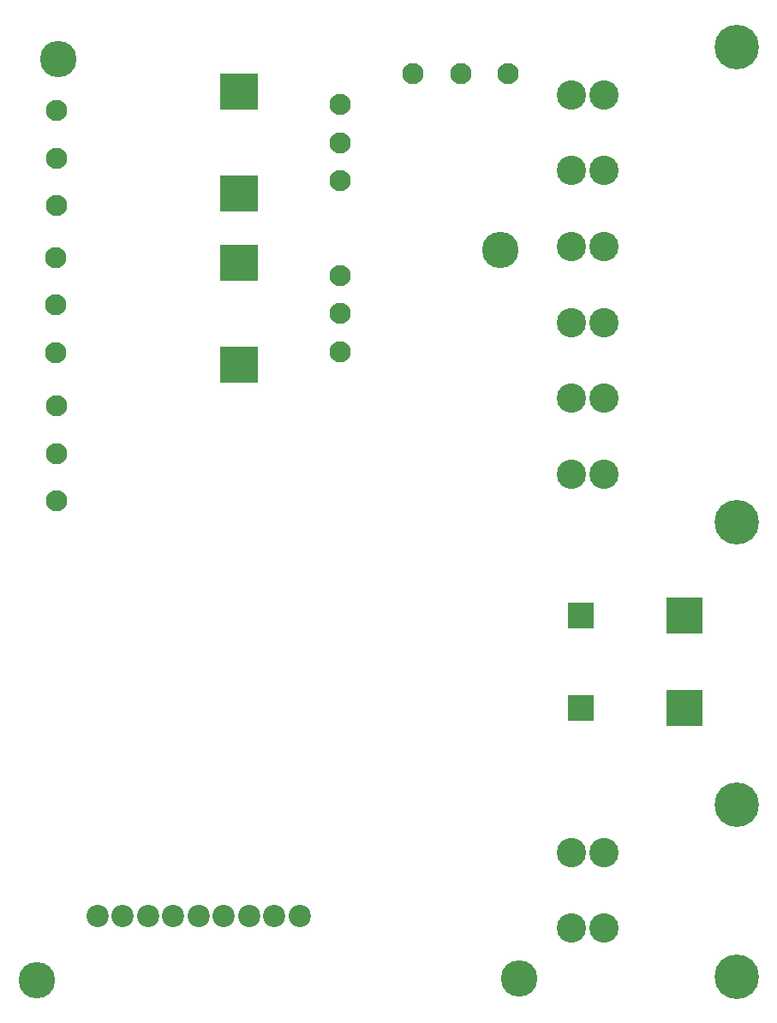
<source format=gbs>
G04 #@! TF.FileFunction,Soldermask,Bot*
%FSLAX46Y46*%
G04 Gerber Fmt 4.6, Leading zero omitted, Abs format (unit mm)*
G04 Created by KiCad (PCBNEW 4.0.2+dfsg1-stable) date Sat 10 Jun 2017 09:46:09 PM MDT*
%MOMM*%
G01*
G04 APERTURE LIST*
%ADD10C,0.100000*%
%ADD11C,2.100000*%
%ADD12R,2.600000X2.600000*%
%ADD13R,3.600000X3.600000*%
%ADD14C,2.900000*%
%ADD15C,4.400000*%
%ADD16C,2.200000*%
%ADD17R,3.800000X3.600000*%
%ADD18C,3.600000*%
G04 APERTURE END LIST*
D10*
D11*
X55300000Y-85200000D03*
X55300000Y-75800000D03*
X55300000Y-80500000D03*
X90500000Y-42900000D03*
X99900000Y-42900000D03*
X95200000Y-42900000D03*
D12*
X107100000Y-105700000D03*
D13*
X117300000Y-105700000D03*
X117300000Y-96500000D03*
D12*
X107100000Y-96500000D03*
D14*
X109344000Y-127448000D03*
X109344000Y-119948000D03*
X106144000Y-127448000D03*
X106144000Y-119948000D03*
D15*
X122444000Y-115208000D03*
X122444000Y-132208000D03*
X122474000Y-40274000D03*
D14*
X106144000Y-45024000D03*
X106144000Y-52524000D03*
X106144000Y-60024000D03*
X106144000Y-67524000D03*
X106144000Y-75024000D03*
X106144000Y-82524000D03*
X109344000Y-82524000D03*
X109344000Y-75024000D03*
X109344000Y-67524000D03*
X109344000Y-60024000D03*
X109344000Y-52524000D03*
X109344000Y-45024000D03*
D15*
X122474000Y-87274000D03*
D16*
X79300000Y-126200000D03*
X76800000Y-126200000D03*
X59300000Y-126200000D03*
X61800000Y-126200000D03*
X74300000Y-126200000D03*
X64300000Y-126200000D03*
X66800000Y-126200000D03*
X71800000Y-126200000D03*
X69300000Y-126200000D03*
D17*
X73300000Y-71700000D03*
D11*
X83300000Y-66650000D03*
X83300000Y-62900000D03*
X83300000Y-70400000D03*
D17*
X73300000Y-61600000D03*
X73300000Y-54800000D03*
D11*
X83300000Y-49750000D03*
X83300000Y-46000000D03*
X83300000Y-53500000D03*
D17*
X73300000Y-44700000D03*
D11*
X55200000Y-70500000D03*
X55200000Y-61100000D03*
X55200000Y-65800000D03*
X55300000Y-56000000D03*
X55300000Y-46600000D03*
X55300000Y-51300000D03*
D18*
X55400000Y-41500000D03*
X99100000Y-60400000D03*
X53300000Y-132600000D03*
X101000000Y-132400000D03*
M02*

</source>
